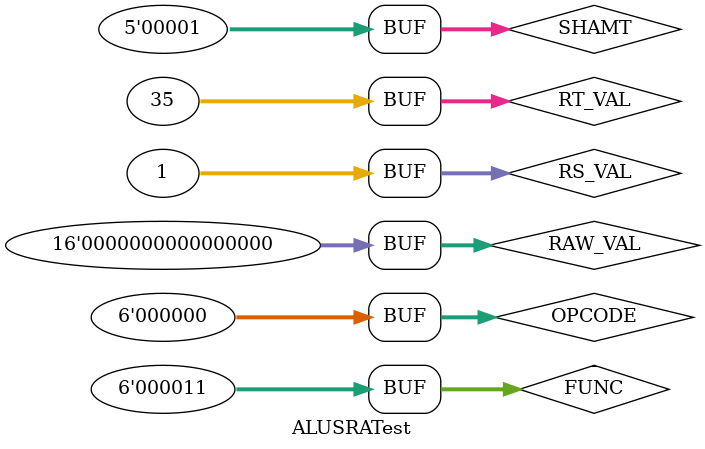
<source format=v>
`timescale 1ns / 1ps


module ALUSRATest;

	// Inputs
	reg [5:0] OPCODE;
	reg [31:0] RS_VAL;
	reg [31:0] RT_VAL;
	reg [4:0] SHAMT;
	reg [5:0] FUNC;
	reg [15:0] RAW_VAL;

	// Outputs
	wire [31:0] RESULT;
	wire SIG_B;

	// Instantiate the Unit Under Test (UUT)
	ALU uut (
		.RESULT(RESULT), 
		.SIG_B(SIG_B), 
		.OPCODE(OPCODE), 
		.RS_VAL(RS_VAL), 
		.RT_VAL(RT_VAL), 
		.SHAMT(SHAMT), 
		.FUNC(FUNC), 
		.RAW_VAL(RAW_VAL)
	);

	initial begin
		// Initialize Inputs
		OPCODE = 0;
		RS_VAL = 0;
		RT_VAL = 0;
		SHAMT = 0;
		FUNC = 0;
		RAW_VAL = 0;

		// Wait 100 ns for global reset to finish
		#100;
        
		  OPCODE = 6'b000000;
        RS_VAL = 15;
        RT_VAL = 12;
        SHAMT = 1;
        FUNC = 6'b000011;
        RAW_VAL = 0;
        #100;

        OPCODE = 6'b000000;
        RS_VAL = 23;
        RT_VAL = 22;
        SHAMT = 1;
        FUNC = 6'b000011;
        RAW_VAL = 0;
        #100;

        OPCODE = 6'b000000;
        RS_VAL = 1;
        RT_VAL = 35;
        SHAMT = 1;
        FUNC = 6'b000011;
        RAW_VAL = 0;
        #100;

	end
      
endmodule


</source>
